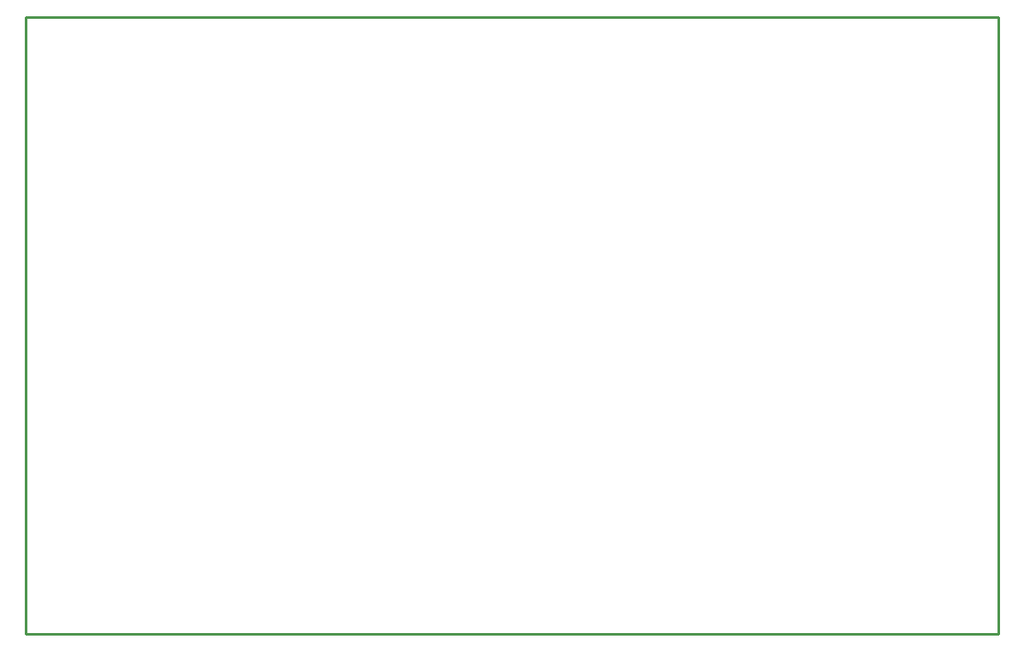
<source format=gko>
G04 Layer_Color=16711935*
%FSAX25Y25*%
%MOIN*%
G70*
G01*
G75*
%ADD22C,0.01000*%
D22*
X0219500Y0120500D02*
Y0361000D01*
X0598500D01*
Y0120500D02*
Y0361000D01*
X0219500Y0120500D02*
X0598500D01*
M02*

</source>
